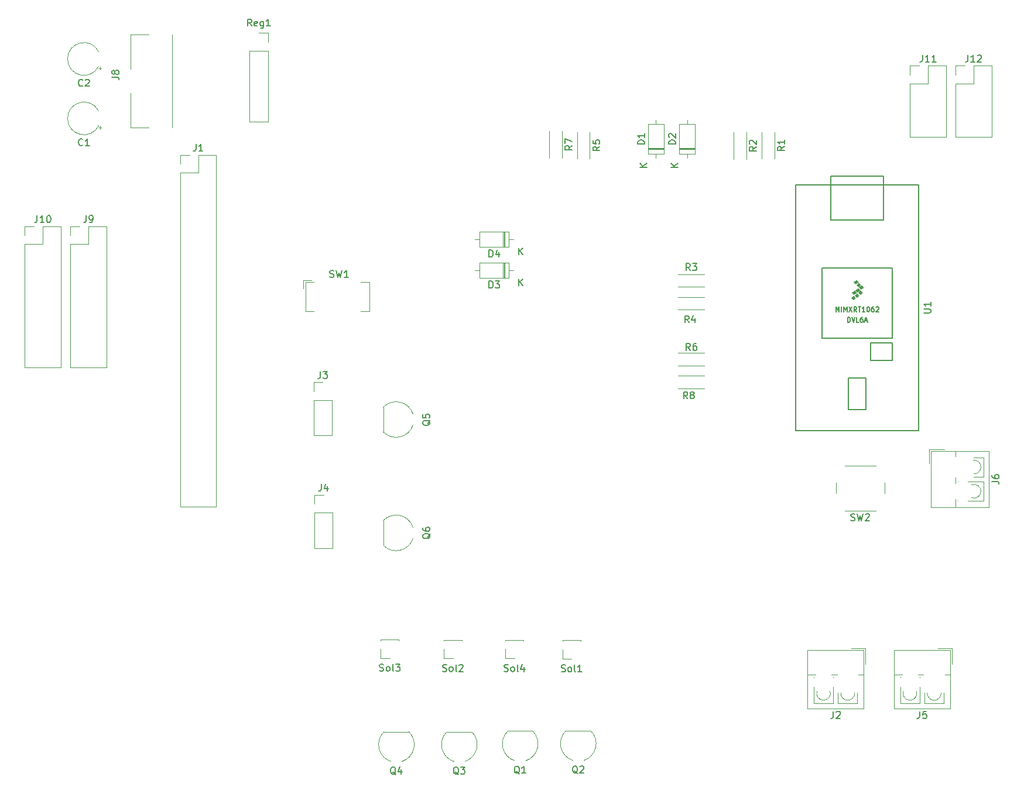
<source format=gbr>
%TF.GenerationSoftware,KiCad,Pcbnew,6.0.2-378541a8eb~116~ubuntu20.04.1*%
%TF.CreationDate,2022-03-07T10:10:34+02:00*%
%TF.ProjectId,system,73797374-656d-42e6-9b69-6361645f7063,rev?*%
%TF.SameCoordinates,Original*%
%TF.FileFunction,Legend,Top*%
%TF.FilePolarity,Positive*%
%FSLAX46Y46*%
G04 Gerber Fmt 4.6, Leading zero omitted, Abs format (unit mm)*
G04 Created by KiCad (PCBNEW 6.0.2-378541a8eb~116~ubuntu20.04.1) date 2022-03-07 10:10:34*
%MOMM*%
%LPD*%
G01*
G04 APERTURE LIST*
%ADD10C,0.150000*%
%ADD11C,0.120000*%
%ADD12C,0.100000*%
G04 APERTURE END LIST*
D10*
%TO.C,Q6*%
X166637619Y-108677738D02*
X166590000Y-108772976D01*
X166494761Y-108868214D01*
X166351904Y-109011071D01*
X166304285Y-109106309D01*
X166304285Y-109201547D01*
X166542380Y-109153928D02*
X166494761Y-109249166D01*
X166399523Y-109344404D01*
X166209047Y-109392023D01*
X165875714Y-109392023D01*
X165685238Y-109344404D01*
X165590000Y-109249166D01*
X165542380Y-109153928D01*
X165542380Y-108963452D01*
X165590000Y-108868214D01*
X165685238Y-108772976D01*
X165875714Y-108725357D01*
X166209047Y-108725357D01*
X166399523Y-108772976D01*
X166494761Y-108868214D01*
X166542380Y-108963452D01*
X166542380Y-109153928D01*
X165542380Y-107868214D02*
X165542380Y-108058690D01*
X165590000Y-108153928D01*
X165637619Y-108201547D01*
X165780476Y-108296785D01*
X165970952Y-108344404D01*
X166351904Y-108344404D01*
X166447142Y-108296785D01*
X166494761Y-108249166D01*
X166542380Y-108153928D01*
X166542380Y-107963452D01*
X166494761Y-107868214D01*
X166447142Y-107820595D01*
X166351904Y-107772976D01*
X166113809Y-107772976D01*
X166018571Y-107820595D01*
X165970952Y-107868214D01*
X165923333Y-107963452D01*
X165923333Y-108153928D01*
X165970952Y-108249166D01*
X166018571Y-108296785D01*
X166113809Y-108344404D01*
%TO.C,Q5*%
X166637619Y-92277738D02*
X166590000Y-92372976D01*
X166494761Y-92468214D01*
X166351904Y-92611071D01*
X166304285Y-92706309D01*
X166304285Y-92801547D01*
X166542380Y-92753928D02*
X166494761Y-92849166D01*
X166399523Y-92944404D01*
X166209047Y-92992023D01*
X165875714Y-92992023D01*
X165685238Y-92944404D01*
X165590000Y-92849166D01*
X165542380Y-92753928D01*
X165542380Y-92563452D01*
X165590000Y-92468214D01*
X165685238Y-92372976D01*
X165875714Y-92325357D01*
X166209047Y-92325357D01*
X166399523Y-92372976D01*
X166494761Y-92468214D01*
X166542380Y-92563452D01*
X166542380Y-92753928D01*
X165542380Y-91420595D02*
X165542380Y-91896785D01*
X166018571Y-91944404D01*
X165970952Y-91896785D01*
X165923333Y-91801547D01*
X165923333Y-91563452D01*
X165970952Y-91468214D01*
X166018571Y-91420595D01*
X166113809Y-91372976D01*
X166351904Y-91372976D01*
X166447142Y-91420595D01*
X166494761Y-91468214D01*
X166542380Y-91563452D01*
X166542380Y-91801547D01*
X166494761Y-91896785D01*
X166447142Y-91944404D01*
%TO.C,Sol4*%
X177323809Y-128574761D02*
X177466666Y-128622380D01*
X177704761Y-128622380D01*
X177800000Y-128574761D01*
X177847619Y-128527142D01*
X177895238Y-128431904D01*
X177895238Y-128336666D01*
X177847619Y-128241428D01*
X177800000Y-128193809D01*
X177704761Y-128146190D01*
X177514285Y-128098571D01*
X177419047Y-128050952D01*
X177371428Y-128003333D01*
X177323809Y-127908095D01*
X177323809Y-127812857D01*
X177371428Y-127717619D01*
X177419047Y-127670000D01*
X177514285Y-127622380D01*
X177752380Y-127622380D01*
X177895238Y-127670000D01*
X178466666Y-128622380D02*
X178371428Y-128574761D01*
X178323809Y-128527142D01*
X178276190Y-128431904D01*
X178276190Y-128146190D01*
X178323809Y-128050952D01*
X178371428Y-128003333D01*
X178466666Y-127955714D01*
X178609523Y-127955714D01*
X178704761Y-128003333D01*
X178752380Y-128050952D01*
X178800000Y-128146190D01*
X178800000Y-128431904D01*
X178752380Y-128527142D01*
X178704761Y-128574761D01*
X178609523Y-128622380D01*
X178466666Y-128622380D01*
X179371428Y-128622380D02*
X179276190Y-128574761D01*
X179228571Y-128479523D01*
X179228571Y-127622380D01*
X180180952Y-127955714D02*
X180180952Y-128622380D01*
X179942857Y-127574761D02*
X179704761Y-128289047D01*
X180323809Y-128289047D01*
%TO.C,Sol2*%
X168423809Y-128574761D02*
X168566666Y-128622380D01*
X168804761Y-128622380D01*
X168900000Y-128574761D01*
X168947619Y-128527142D01*
X168995238Y-128431904D01*
X168995238Y-128336666D01*
X168947619Y-128241428D01*
X168900000Y-128193809D01*
X168804761Y-128146190D01*
X168614285Y-128098571D01*
X168519047Y-128050952D01*
X168471428Y-128003333D01*
X168423809Y-127908095D01*
X168423809Y-127812857D01*
X168471428Y-127717619D01*
X168519047Y-127670000D01*
X168614285Y-127622380D01*
X168852380Y-127622380D01*
X168995238Y-127670000D01*
X169566666Y-128622380D02*
X169471428Y-128574761D01*
X169423809Y-128527142D01*
X169376190Y-128431904D01*
X169376190Y-128146190D01*
X169423809Y-128050952D01*
X169471428Y-128003333D01*
X169566666Y-127955714D01*
X169709523Y-127955714D01*
X169804761Y-128003333D01*
X169852380Y-128050952D01*
X169900000Y-128146190D01*
X169900000Y-128431904D01*
X169852380Y-128527142D01*
X169804761Y-128574761D01*
X169709523Y-128622380D01*
X169566666Y-128622380D01*
X170471428Y-128622380D02*
X170376190Y-128574761D01*
X170328571Y-128479523D01*
X170328571Y-127622380D01*
X170804761Y-127717619D02*
X170852380Y-127670000D01*
X170947619Y-127622380D01*
X171185714Y-127622380D01*
X171280952Y-127670000D01*
X171328571Y-127717619D01*
X171376190Y-127812857D01*
X171376190Y-127908095D01*
X171328571Y-128050952D01*
X170757142Y-128622380D01*
X171376190Y-128622380D01*
%TO.C,R6*%
X204233333Y-82152380D02*
X203900000Y-81676190D01*
X203661904Y-82152380D02*
X203661904Y-81152380D01*
X204042857Y-81152380D01*
X204138095Y-81200000D01*
X204185714Y-81247619D01*
X204233333Y-81342857D01*
X204233333Y-81485714D01*
X204185714Y-81580952D01*
X204138095Y-81628571D01*
X204042857Y-81676190D01*
X203661904Y-81676190D01*
X205090476Y-81152380D02*
X204900000Y-81152380D01*
X204804761Y-81200000D01*
X204757142Y-81247619D01*
X204661904Y-81390476D01*
X204614285Y-81580952D01*
X204614285Y-81961904D01*
X204661904Y-82057142D01*
X204709523Y-82104761D01*
X204804761Y-82152380D01*
X204995238Y-82152380D01*
X205090476Y-82104761D01*
X205138095Y-82057142D01*
X205185714Y-81961904D01*
X205185714Y-81723809D01*
X205138095Y-81628571D01*
X205090476Y-81580952D01*
X204995238Y-81533333D01*
X204804761Y-81533333D01*
X204709523Y-81580952D01*
X204661904Y-81628571D01*
X204614285Y-81723809D01*
%TO.C,R7*%
X187144380Y-52540666D02*
X186668190Y-52874000D01*
X187144380Y-53112095D02*
X186144380Y-53112095D01*
X186144380Y-52731142D01*
X186192000Y-52635904D01*
X186239619Y-52588285D01*
X186334857Y-52540666D01*
X186477714Y-52540666D01*
X186572952Y-52588285D01*
X186620571Y-52635904D01*
X186668190Y-52731142D01*
X186668190Y-53112095D01*
X186144380Y-52207333D02*
X186144380Y-51540666D01*
X187144380Y-51969238D01*
%TO.C,J12*%
X244385476Y-39422380D02*
X244385476Y-40136666D01*
X244337857Y-40279523D01*
X244242619Y-40374761D01*
X244099761Y-40422380D01*
X244004523Y-40422380D01*
X245385476Y-40422380D02*
X244814047Y-40422380D01*
X245099761Y-40422380D02*
X245099761Y-39422380D01*
X245004523Y-39565238D01*
X244909285Y-39660476D01*
X244814047Y-39708095D01*
X245766428Y-39517619D02*
X245814047Y-39470000D01*
X245909285Y-39422380D01*
X246147380Y-39422380D01*
X246242619Y-39470000D01*
X246290238Y-39517619D01*
X246337857Y-39612857D01*
X246337857Y-39708095D01*
X246290238Y-39850952D01*
X245718809Y-40422380D01*
X246337857Y-40422380D01*
%TO.C,R4*%
X204033333Y-78152380D02*
X203700000Y-77676190D01*
X203461904Y-78152380D02*
X203461904Y-77152380D01*
X203842857Y-77152380D01*
X203938095Y-77200000D01*
X203985714Y-77247619D01*
X204033333Y-77342857D01*
X204033333Y-77485714D01*
X203985714Y-77580952D01*
X203938095Y-77628571D01*
X203842857Y-77676190D01*
X203461904Y-77676190D01*
X204890476Y-77485714D02*
X204890476Y-78152380D01*
X204652380Y-77104761D02*
X204414285Y-77819047D01*
X205033333Y-77819047D01*
%TO.C,R8*%
X203833333Y-89152380D02*
X203500000Y-88676190D01*
X203261904Y-89152380D02*
X203261904Y-88152380D01*
X203642857Y-88152380D01*
X203738095Y-88200000D01*
X203785714Y-88247619D01*
X203833333Y-88342857D01*
X203833333Y-88485714D01*
X203785714Y-88580952D01*
X203738095Y-88628571D01*
X203642857Y-88676190D01*
X203261904Y-88676190D01*
X204404761Y-88580952D02*
X204309523Y-88533333D01*
X204261904Y-88485714D01*
X204214285Y-88390476D01*
X204214285Y-88342857D01*
X204261904Y-88247619D01*
X204309523Y-88200000D01*
X204404761Y-88152380D01*
X204595238Y-88152380D01*
X204690476Y-88200000D01*
X204738095Y-88247619D01*
X204785714Y-88342857D01*
X204785714Y-88390476D01*
X204738095Y-88485714D01*
X204690476Y-88533333D01*
X204595238Y-88580952D01*
X204404761Y-88580952D01*
X204309523Y-88628571D01*
X204261904Y-88676190D01*
X204214285Y-88771428D01*
X204214285Y-88961904D01*
X204261904Y-89057142D01*
X204309523Y-89104761D01*
X204404761Y-89152380D01*
X204595238Y-89152380D01*
X204690476Y-89104761D01*
X204738095Y-89057142D01*
X204785714Y-88961904D01*
X204785714Y-88771428D01*
X204738095Y-88676190D01*
X204690476Y-88628571D01*
X204595238Y-88580952D01*
%TO.C,Q1*%
X179534761Y-143447619D02*
X179439523Y-143400000D01*
X179344285Y-143304761D01*
X179201428Y-143161904D01*
X179106190Y-143114285D01*
X179010952Y-143114285D01*
X179058571Y-143352380D02*
X178963333Y-143304761D01*
X178868095Y-143209523D01*
X178820476Y-143019047D01*
X178820476Y-142685714D01*
X178868095Y-142495238D01*
X178963333Y-142400000D01*
X179058571Y-142352380D01*
X179249047Y-142352380D01*
X179344285Y-142400000D01*
X179439523Y-142495238D01*
X179487142Y-142685714D01*
X179487142Y-143019047D01*
X179439523Y-143209523D01*
X179344285Y-143304761D01*
X179249047Y-143352380D01*
X179058571Y-143352380D01*
X180439523Y-143352380D02*
X179868095Y-143352380D01*
X180153809Y-143352380D02*
X180153809Y-142352380D01*
X180058571Y-142495238D01*
X179963333Y-142590476D01*
X179868095Y-142638095D01*
%TO.C,J4*%
X150856666Y-101509880D02*
X150856666Y-102224166D01*
X150809047Y-102367023D01*
X150713809Y-102462261D01*
X150570952Y-102509880D01*
X150475714Y-102509880D01*
X151761428Y-101843214D02*
X151761428Y-102509880D01*
X151523333Y-101462261D02*
X151285238Y-102176547D01*
X151904285Y-102176547D01*
%TO.C,Reg1*%
X140777380Y-35232380D02*
X140444047Y-34756190D01*
X140205952Y-35232380D02*
X140205952Y-34232380D01*
X140586904Y-34232380D01*
X140682142Y-34280000D01*
X140729761Y-34327619D01*
X140777380Y-34422857D01*
X140777380Y-34565714D01*
X140729761Y-34660952D01*
X140682142Y-34708571D01*
X140586904Y-34756190D01*
X140205952Y-34756190D01*
X141586904Y-35184761D02*
X141491666Y-35232380D01*
X141301190Y-35232380D01*
X141205952Y-35184761D01*
X141158333Y-35089523D01*
X141158333Y-34708571D01*
X141205952Y-34613333D01*
X141301190Y-34565714D01*
X141491666Y-34565714D01*
X141586904Y-34613333D01*
X141634523Y-34708571D01*
X141634523Y-34803809D01*
X141158333Y-34899047D01*
X142491666Y-34565714D02*
X142491666Y-35375238D01*
X142444047Y-35470476D01*
X142396428Y-35518095D01*
X142301190Y-35565714D01*
X142158333Y-35565714D01*
X142063095Y-35518095D01*
X142491666Y-35184761D02*
X142396428Y-35232380D01*
X142205952Y-35232380D01*
X142110714Y-35184761D01*
X142063095Y-35137142D01*
X142015476Y-35041904D01*
X142015476Y-34756190D01*
X142063095Y-34660952D01*
X142110714Y-34613333D01*
X142205952Y-34565714D01*
X142396428Y-34565714D01*
X142491666Y-34613333D01*
X143491666Y-35232380D02*
X142920238Y-35232380D01*
X143205952Y-35232380D02*
X143205952Y-34232380D01*
X143110714Y-34375238D01*
X143015476Y-34470476D01*
X142920238Y-34518095D01*
%TO.C,C1*%
X116383333Y-52457142D02*
X116335714Y-52504761D01*
X116192857Y-52552380D01*
X116097619Y-52552380D01*
X115954761Y-52504761D01*
X115859523Y-52409523D01*
X115811904Y-52314285D01*
X115764285Y-52123809D01*
X115764285Y-51980952D01*
X115811904Y-51790476D01*
X115859523Y-51695238D01*
X115954761Y-51600000D01*
X116097619Y-51552380D01*
X116192857Y-51552380D01*
X116335714Y-51600000D01*
X116383333Y-51647619D01*
X117335714Y-52552380D02*
X116764285Y-52552380D01*
X117050000Y-52552380D02*
X117050000Y-51552380D01*
X116954761Y-51695238D01*
X116859523Y-51790476D01*
X116764285Y-51838095D01*
%TO.C,Q3*%
X170734761Y-143547619D02*
X170639523Y-143500000D01*
X170544285Y-143404761D01*
X170401428Y-143261904D01*
X170306190Y-143214285D01*
X170210952Y-143214285D01*
X170258571Y-143452380D02*
X170163333Y-143404761D01*
X170068095Y-143309523D01*
X170020476Y-143119047D01*
X170020476Y-142785714D01*
X170068095Y-142595238D01*
X170163333Y-142500000D01*
X170258571Y-142452380D01*
X170449047Y-142452380D01*
X170544285Y-142500000D01*
X170639523Y-142595238D01*
X170687142Y-142785714D01*
X170687142Y-143119047D01*
X170639523Y-143309523D01*
X170544285Y-143404761D01*
X170449047Y-143452380D01*
X170258571Y-143452380D01*
X171020476Y-142452380D02*
X171639523Y-142452380D01*
X171306190Y-142833333D01*
X171449047Y-142833333D01*
X171544285Y-142880952D01*
X171591904Y-142928571D01*
X171639523Y-143023809D01*
X171639523Y-143261904D01*
X171591904Y-143357142D01*
X171544285Y-143404761D01*
X171449047Y-143452380D01*
X171163333Y-143452380D01*
X171068095Y-143404761D01*
X171020476Y-143357142D01*
%TO.C,D1*%
X197604380Y-52312095D02*
X196604380Y-52312095D01*
X196604380Y-52074000D01*
X196652000Y-51931142D01*
X196747238Y-51835904D01*
X196842476Y-51788285D01*
X197032952Y-51740666D01*
X197175809Y-51740666D01*
X197366285Y-51788285D01*
X197461523Y-51835904D01*
X197556761Y-51931142D01*
X197604380Y-52074000D01*
X197604380Y-52312095D01*
X197604380Y-50788285D02*
X197604380Y-51359714D01*
X197604380Y-51074000D02*
X196604380Y-51074000D01*
X196747238Y-51169238D01*
X196842476Y-51264476D01*
X196890095Y-51359714D01*
X197924380Y-55645904D02*
X196924380Y-55645904D01*
X197924380Y-55074476D02*
X197352952Y-55503047D01*
X196924380Y-55074476D02*
X197495809Y-55645904D01*
%TO.C,J10*%
X109785476Y-62647380D02*
X109785476Y-63361666D01*
X109737857Y-63504523D01*
X109642619Y-63599761D01*
X109499761Y-63647380D01*
X109404523Y-63647380D01*
X110785476Y-63647380D02*
X110214047Y-63647380D01*
X110499761Y-63647380D02*
X110499761Y-62647380D01*
X110404523Y-62790238D01*
X110309285Y-62885476D01*
X110214047Y-62933095D01*
X111404523Y-62647380D02*
X111499761Y-62647380D01*
X111595000Y-62695000D01*
X111642619Y-62742619D01*
X111690238Y-62837857D01*
X111737857Y-63028333D01*
X111737857Y-63266428D01*
X111690238Y-63456904D01*
X111642619Y-63552142D01*
X111595000Y-63599761D01*
X111499761Y-63647380D01*
X111404523Y-63647380D01*
X111309285Y-63599761D01*
X111261666Y-63552142D01*
X111214047Y-63456904D01*
X111166428Y-63266428D01*
X111166428Y-63028333D01*
X111214047Y-62837857D01*
X111261666Y-62742619D01*
X111309285Y-62695000D01*
X111404523Y-62647380D01*
%TO.C,J5*%
X237416666Y-134412380D02*
X237416666Y-135126666D01*
X237369047Y-135269523D01*
X237273809Y-135364761D01*
X237130952Y-135412380D01*
X237035714Y-135412380D01*
X238369047Y-134412380D02*
X237892857Y-134412380D01*
X237845238Y-134888571D01*
X237892857Y-134840952D01*
X237988095Y-134793333D01*
X238226190Y-134793333D01*
X238321428Y-134840952D01*
X238369047Y-134888571D01*
X238416666Y-134983809D01*
X238416666Y-135221904D01*
X238369047Y-135317142D01*
X238321428Y-135364761D01*
X238226190Y-135412380D01*
X237988095Y-135412380D01*
X237892857Y-135364761D01*
X237845238Y-135317142D01*
%TO.C,R3*%
X204205333Y-70606380D02*
X203872000Y-70130190D01*
X203633904Y-70606380D02*
X203633904Y-69606380D01*
X204014857Y-69606380D01*
X204110095Y-69654000D01*
X204157714Y-69701619D01*
X204205333Y-69796857D01*
X204205333Y-69939714D01*
X204157714Y-70034952D01*
X204110095Y-70082571D01*
X204014857Y-70130190D01*
X203633904Y-70130190D01*
X204538666Y-69606380D02*
X205157714Y-69606380D01*
X204824380Y-69987333D01*
X204967238Y-69987333D01*
X205062476Y-70034952D01*
X205110095Y-70082571D01*
X205157714Y-70177809D01*
X205157714Y-70415904D01*
X205110095Y-70511142D01*
X205062476Y-70558761D01*
X204967238Y-70606380D01*
X204681523Y-70606380D01*
X204586285Y-70558761D01*
X204538666Y-70511142D01*
%TO.C,SW2*%
X227466666Y-106754761D02*
X227609523Y-106802380D01*
X227847619Y-106802380D01*
X227942857Y-106754761D01*
X227990476Y-106707142D01*
X228038095Y-106611904D01*
X228038095Y-106516666D01*
X227990476Y-106421428D01*
X227942857Y-106373809D01*
X227847619Y-106326190D01*
X227657142Y-106278571D01*
X227561904Y-106230952D01*
X227514285Y-106183333D01*
X227466666Y-106088095D01*
X227466666Y-105992857D01*
X227514285Y-105897619D01*
X227561904Y-105850000D01*
X227657142Y-105802380D01*
X227895238Y-105802380D01*
X228038095Y-105850000D01*
X228371428Y-105802380D02*
X228609523Y-106802380D01*
X228800000Y-106088095D01*
X228990476Y-106802380D01*
X229228571Y-105802380D01*
X229561904Y-105897619D02*
X229609523Y-105850000D01*
X229704761Y-105802380D01*
X229942857Y-105802380D01*
X230038095Y-105850000D01*
X230085714Y-105897619D01*
X230133333Y-105992857D01*
X230133333Y-106088095D01*
X230085714Y-106230952D01*
X229514285Y-106802380D01*
X230133333Y-106802380D01*
%TO.C,U1*%
X237992380Y-76751904D02*
X238801904Y-76751904D01*
X238897142Y-76704285D01*
X238944761Y-76656666D01*
X238992380Y-76561428D01*
X238992380Y-76370952D01*
X238944761Y-76275714D01*
X238897142Y-76228095D01*
X238801904Y-76180476D01*
X237992380Y-76180476D01*
X238992380Y-75180476D02*
X238992380Y-75751904D01*
X238992380Y-75466190D02*
X237992380Y-75466190D01*
X238135238Y-75561428D01*
X238230476Y-75656666D01*
X238278095Y-75751904D01*
X225296666Y-76560666D02*
X225296666Y-75860666D01*
X225530000Y-76360666D01*
X225763333Y-75860666D01*
X225763333Y-76560666D01*
X226096666Y-76560666D02*
X226096666Y-75860666D01*
X226430000Y-76560666D02*
X226430000Y-75860666D01*
X226663333Y-76360666D01*
X226896666Y-75860666D01*
X226896666Y-76560666D01*
X227163333Y-75860666D02*
X227630000Y-76560666D01*
X227630000Y-75860666D02*
X227163333Y-76560666D01*
X228296666Y-76560666D02*
X228063333Y-76227333D01*
X227896666Y-76560666D02*
X227896666Y-75860666D01*
X228163333Y-75860666D01*
X228230000Y-75894000D01*
X228263333Y-75927333D01*
X228296666Y-75994000D01*
X228296666Y-76094000D01*
X228263333Y-76160666D01*
X228230000Y-76194000D01*
X228163333Y-76227333D01*
X227896666Y-76227333D01*
X228496666Y-75860666D02*
X228896666Y-75860666D01*
X228696666Y-76560666D02*
X228696666Y-75860666D01*
X229496666Y-76560666D02*
X229096666Y-76560666D01*
X229296666Y-76560666D02*
X229296666Y-75860666D01*
X229230000Y-75960666D01*
X229163333Y-76027333D01*
X229096666Y-76060666D01*
X229930000Y-75860666D02*
X229996666Y-75860666D01*
X230063333Y-75894000D01*
X230096666Y-75927333D01*
X230130000Y-75994000D01*
X230163333Y-76127333D01*
X230163333Y-76294000D01*
X230130000Y-76427333D01*
X230096666Y-76494000D01*
X230063333Y-76527333D01*
X229996666Y-76560666D01*
X229930000Y-76560666D01*
X229863333Y-76527333D01*
X229830000Y-76494000D01*
X229796666Y-76427333D01*
X229763333Y-76294000D01*
X229763333Y-76127333D01*
X229796666Y-75994000D01*
X229830000Y-75927333D01*
X229863333Y-75894000D01*
X229930000Y-75860666D01*
X230763333Y-75860666D02*
X230630000Y-75860666D01*
X230563333Y-75894000D01*
X230530000Y-75927333D01*
X230463333Y-76027333D01*
X230430000Y-76160666D01*
X230430000Y-76427333D01*
X230463333Y-76494000D01*
X230496666Y-76527333D01*
X230563333Y-76560666D01*
X230696666Y-76560666D01*
X230763333Y-76527333D01*
X230796666Y-76494000D01*
X230830000Y-76427333D01*
X230830000Y-76260666D01*
X230796666Y-76194000D01*
X230763333Y-76160666D01*
X230696666Y-76127333D01*
X230563333Y-76127333D01*
X230496666Y-76160666D01*
X230463333Y-76194000D01*
X230430000Y-76260666D01*
X231096666Y-75927333D02*
X231130000Y-75894000D01*
X231196666Y-75860666D01*
X231363333Y-75860666D01*
X231430000Y-75894000D01*
X231463333Y-75927333D01*
X231496666Y-75994000D01*
X231496666Y-76060666D01*
X231463333Y-76160666D01*
X231063333Y-76560666D01*
X231496666Y-76560666D01*
X226980000Y-78084666D02*
X226980000Y-77384666D01*
X227146666Y-77384666D01*
X227246666Y-77418000D01*
X227313333Y-77484666D01*
X227346666Y-77551333D01*
X227380000Y-77684666D01*
X227380000Y-77784666D01*
X227346666Y-77918000D01*
X227313333Y-77984666D01*
X227246666Y-78051333D01*
X227146666Y-78084666D01*
X226980000Y-78084666D01*
X227580000Y-77384666D02*
X227813333Y-78084666D01*
X228046666Y-77384666D01*
X228613333Y-78084666D02*
X228280000Y-78084666D01*
X228280000Y-77384666D01*
X229146666Y-77384666D02*
X229013333Y-77384666D01*
X228946666Y-77418000D01*
X228913333Y-77451333D01*
X228846666Y-77551333D01*
X228813333Y-77684666D01*
X228813333Y-77951333D01*
X228846666Y-78018000D01*
X228880000Y-78051333D01*
X228946666Y-78084666D01*
X229080000Y-78084666D01*
X229146666Y-78051333D01*
X229180000Y-78018000D01*
X229213333Y-77951333D01*
X229213333Y-77784666D01*
X229180000Y-77718000D01*
X229146666Y-77684666D01*
X229080000Y-77651333D01*
X228946666Y-77651333D01*
X228880000Y-77684666D01*
X228846666Y-77718000D01*
X228813333Y-77784666D01*
X229480000Y-77884666D02*
X229813333Y-77884666D01*
X229413333Y-78084666D02*
X229646666Y-77384666D01*
X229880000Y-78084666D01*
%TO.C,D2*%
X202104380Y-52312095D02*
X201104380Y-52312095D01*
X201104380Y-52074000D01*
X201152000Y-51931142D01*
X201247238Y-51835904D01*
X201342476Y-51788285D01*
X201532952Y-51740666D01*
X201675809Y-51740666D01*
X201866285Y-51788285D01*
X201961523Y-51835904D01*
X202056761Y-51931142D01*
X202104380Y-52074000D01*
X202104380Y-52312095D01*
X201199619Y-51359714D02*
X201152000Y-51312095D01*
X201104380Y-51216857D01*
X201104380Y-50978761D01*
X201152000Y-50883523D01*
X201199619Y-50835904D01*
X201294857Y-50788285D01*
X201390095Y-50788285D01*
X201532952Y-50835904D01*
X202104380Y-51407333D01*
X202104380Y-50788285D01*
X202424380Y-55645904D02*
X201424380Y-55645904D01*
X202424380Y-55074476D02*
X201852952Y-55503047D01*
X201424380Y-55074476D02*
X201995809Y-55645904D01*
%TO.C,R2*%
X213772380Y-52706666D02*
X213296190Y-53040000D01*
X213772380Y-53278095D02*
X212772380Y-53278095D01*
X212772380Y-52897142D01*
X212820000Y-52801904D01*
X212867619Y-52754285D01*
X212962857Y-52706666D01*
X213105714Y-52706666D01*
X213200952Y-52754285D01*
X213248571Y-52801904D01*
X213296190Y-52897142D01*
X213296190Y-53278095D01*
X212867619Y-52325714D02*
X212820000Y-52278095D01*
X212772380Y-52182857D01*
X212772380Y-51944761D01*
X212820000Y-51849523D01*
X212867619Y-51801904D01*
X212962857Y-51754285D01*
X213058095Y-51754285D01*
X213200952Y-51801904D01*
X213772380Y-52373333D01*
X213772380Y-51754285D01*
%TO.C,J8*%
X120602380Y-42633333D02*
X121316666Y-42633333D01*
X121459523Y-42680952D01*
X121554761Y-42776190D01*
X121602380Y-42919047D01*
X121602380Y-43014285D01*
X121030952Y-42014285D02*
X120983333Y-42109523D01*
X120935714Y-42157142D01*
X120840476Y-42204761D01*
X120792857Y-42204761D01*
X120697619Y-42157142D01*
X120650000Y-42109523D01*
X120602380Y-42014285D01*
X120602380Y-41823809D01*
X120650000Y-41728571D01*
X120697619Y-41680952D01*
X120792857Y-41633333D01*
X120840476Y-41633333D01*
X120935714Y-41680952D01*
X120983333Y-41728571D01*
X121030952Y-41823809D01*
X121030952Y-42014285D01*
X121078571Y-42109523D01*
X121126190Y-42157142D01*
X121221428Y-42204761D01*
X121411904Y-42204761D01*
X121507142Y-42157142D01*
X121554761Y-42109523D01*
X121602380Y-42014285D01*
X121602380Y-41823809D01*
X121554761Y-41728571D01*
X121507142Y-41680952D01*
X121411904Y-41633333D01*
X121221428Y-41633333D01*
X121126190Y-41680952D01*
X121078571Y-41728571D01*
X121030952Y-41823809D01*
%TO.C,C2*%
X116383333Y-43857142D02*
X116335714Y-43904761D01*
X116192857Y-43952380D01*
X116097619Y-43952380D01*
X115954761Y-43904761D01*
X115859523Y-43809523D01*
X115811904Y-43714285D01*
X115764285Y-43523809D01*
X115764285Y-43380952D01*
X115811904Y-43190476D01*
X115859523Y-43095238D01*
X115954761Y-43000000D01*
X116097619Y-42952380D01*
X116192857Y-42952380D01*
X116335714Y-43000000D01*
X116383333Y-43047619D01*
X116764285Y-43047619D02*
X116811904Y-43000000D01*
X116907142Y-42952380D01*
X117145238Y-42952380D01*
X117240476Y-43000000D01*
X117288095Y-43047619D01*
X117335714Y-43142857D01*
X117335714Y-43238095D01*
X117288095Y-43380952D01*
X116716666Y-43952380D01*
X117335714Y-43952380D01*
%TO.C,Sol3*%
X159298809Y-128524761D02*
X159441666Y-128572380D01*
X159679761Y-128572380D01*
X159775000Y-128524761D01*
X159822619Y-128477142D01*
X159870238Y-128381904D01*
X159870238Y-128286666D01*
X159822619Y-128191428D01*
X159775000Y-128143809D01*
X159679761Y-128096190D01*
X159489285Y-128048571D01*
X159394047Y-128000952D01*
X159346428Y-127953333D01*
X159298809Y-127858095D01*
X159298809Y-127762857D01*
X159346428Y-127667619D01*
X159394047Y-127620000D01*
X159489285Y-127572380D01*
X159727380Y-127572380D01*
X159870238Y-127620000D01*
X160441666Y-128572380D02*
X160346428Y-128524761D01*
X160298809Y-128477142D01*
X160251190Y-128381904D01*
X160251190Y-128096190D01*
X160298809Y-128000952D01*
X160346428Y-127953333D01*
X160441666Y-127905714D01*
X160584523Y-127905714D01*
X160679761Y-127953333D01*
X160727380Y-128000952D01*
X160775000Y-128096190D01*
X160775000Y-128381904D01*
X160727380Y-128477142D01*
X160679761Y-128524761D01*
X160584523Y-128572380D01*
X160441666Y-128572380D01*
X161346428Y-128572380D02*
X161251190Y-128524761D01*
X161203571Y-128429523D01*
X161203571Y-127572380D01*
X161632142Y-127572380D02*
X162251190Y-127572380D01*
X161917857Y-127953333D01*
X162060714Y-127953333D01*
X162155952Y-128000952D01*
X162203571Y-128048571D01*
X162251190Y-128143809D01*
X162251190Y-128381904D01*
X162203571Y-128477142D01*
X162155952Y-128524761D01*
X162060714Y-128572380D01*
X161775000Y-128572380D01*
X161679761Y-128524761D01*
X161632142Y-128477142D01*
%TO.C,J6*%
X247867380Y-101133333D02*
X248581666Y-101133333D01*
X248724523Y-101180952D01*
X248819761Y-101276190D01*
X248867380Y-101419047D01*
X248867380Y-101514285D01*
X247867380Y-100228571D02*
X247867380Y-100419047D01*
X247915000Y-100514285D01*
X247962619Y-100561904D01*
X248105476Y-100657142D01*
X248295952Y-100704761D01*
X248676904Y-100704761D01*
X248772142Y-100657142D01*
X248819761Y-100609523D01*
X248867380Y-100514285D01*
X248867380Y-100323809D01*
X248819761Y-100228571D01*
X248772142Y-100180952D01*
X248676904Y-100133333D01*
X248438809Y-100133333D01*
X248343571Y-100180952D01*
X248295952Y-100228571D01*
X248248333Y-100323809D01*
X248248333Y-100514285D01*
X248295952Y-100609523D01*
X248343571Y-100657142D01*
X248438809Y-100704761D01*
%TO.C,D3*%
X175133904Y-73146380D02*
X175133904Y-72146380D01*
X175372000Y-72146380D01*
X175514857Y-72194000D01*
X175610095Y-72289238D01*
X175657714Y-72384476D01*
X175705333Y-72574952D01*
X175705333Y-72717809D01*
X175657714Y-72908285D01*
X175610095Y-73003523D01*
X175514857Y-73098761D01*
X175372000Y-73146380D01*
X175133904Y-73146380D01*
X176038666Y-72146380D02*
X176657714Y-72146380D01*
X176324380Y-72527333D01*
X176467238Y-72527333D01*
X176562476Y-72574952D01*
X176610095Y-72622571D01*
X176657714Y-72717809D01*
X176657714Y-72955904D01*
X176610095Y-73051142D01*
X176562476Y-73098761D01*
X176467238Y-73146380D01*
X176181523Y-73146380D01*
X176086285Y-73098761D01*
X176038666Y-73051142D01*
X179420095Y-72826380D02*
X179420095Y-71826380D01*
X179991523Y-72826380D02*
X179562952Y-72254952D01*
X179991523Y-71826380D02*
X179420095Y-72397809D01*
%TO.C,R1*%
X217872380Y-52666666D02*
X217396190Y-53000000D01*
X217872380Y-53238095D02*
X216872380Y-53238095D01*
X216872380Y-52857142D01*
X216920000Y-52761904D01*
X216967619Y-52714285D01*
X217062857Y-52666666D01*
X217205714Y-52666666D01*
X217300952Y-52714285D01*
X217348571Y-52761904D01*
X217396190Y-52857142D01*
X217396190Y-53238095D01*
X217872380Y-51714285D02*
X217872380Y-52285714D01*
X217872380Y-52000000D02*
X216872380Y-52000000D01*
X217015238Y-52095238D01*
X217110476Y-52190476D01*
X217158095Y-52285714D01*
%TO.C,SW1*%
X152109166Y-71554761D02*
X152252023Y-71602380D01*
X152490119Y-71602380D01*
X152585357Y-71554761D01*
X152632976Y-71507142D01*
X152680595Y-71411904D01*
X152680595Y-71316666D01*
X152632976Y-71221428D01*
X152585357Y-71173809D01*
X152490119Y-71126190D01*
X152299642Y-71078571D01*
X152204404Y-71030952D01*
X152156785Y-70983333D01*
X152109166Y-70888095D01*
X152109166Y-70792857D01*
X152156785Y-70697619D01*
X152204404Y-70650000D01*
X152299642Y-70602380D01*
X152537738Y-70602380D01*
X152680595Y-70650000D01*
X153013928Y-70602380D02*
X153252023Y-71602380D01*
X153442500Y-70888095D01*
X153632976Y-71602380D01*
X153871071Y-70602380D01*
X154775833Y-71602380D02*
X154204404Y-71602380D01*
X154490119Y-71602380D02*
X154490119Y-70602380D01*
X154394880Y-70745238D01*
X154299642Y-70840476D01*
X154204404Y-70888095D01*
%TO.C,J1*%
X132736666Y-52322380D02*
X132736666Y-53036666D01*
X132689047Y-53179523D01*
X132593809Y-53274761D01*
X132450952Y-53322380D01*
X132355714Y-53322380D01*
X133736666Y-53322380D02*
X133165238Y-53322380D01*
X133450952Y-53322380D02*
X133450952Y-52322380D01*
X133355714Y-52465238D01*
X133260476Y-52560476D01*
X133165238Y-52608095D01*
%TO.C,J3*%
X150756666Y-85209880D02*
X150756666Y-85924166D01*
X150709047Y-86067023D01*
X150613809Y-86162261D01*
X150470952Y-86209880D01*
X150375714Y-86209880D01*
X151137619Y-85209880D02*
X151756666Y-85209880D01*
X151423333Y-85590833D01*
X151566190Y-85590833D01*
X151661428Y-85638452D01*
X151709047Y-85686071D01*
X151756666Y-85781309D01*
X151756666Y-86019404D01*
X151709047Y-86114642D01*
X151661428Y-86162261D01*
X151566190Y-86209880D01*
X151280476Y-86209880D01*
X151185238Y-86162261D01*
X151137619Y-86114642D01*
%TO.C,Sol1*%
X185598809Y-128624761D02*
X185741666Y-128672380D01*
X185979761Y-128672380D01*
X186075000Y-128624761D01*
X186122619Y-128577142D01*
X186170238Y-128481904D01*
X186170238Y-128386666D01*
X186122619Y-128291428D01*
X186075000Y-128243809D01*
X185979761Y-128196190D01*
X185789285Y-128148571D01*
X185694047Y-128100952D01*
X185646428Y-128053333D01*
X185598809Y-127958095D01*
X185598809Y-127862857D01*
X185646428Y-127767619D01*
X185694047Y-127720000D01*
X185789285Y-127672380D01*
X186027380Y-127672380D01*
X186170238Y-127720000D01*
X186741666Y-128672380D02*
X186646428Y-128624761D01*
X186598809Y-128577142D01*
X186551190Y-128481904D01*
X186551190Y-128196190D01*
X186598809Y-128100952D01*
X186646428Y-128053333D01*
X186741666Y-128005714D01*
X186884523Y-128005714D01*
X186979761Y-128053333D01*
X187027380Y-128100952D01*
X187075000Y-128196190D01*
X187075000Y-128481904D01*
X187027380Y-128577142D01*
X186979761Y-128624761D01*
X186884523Y-128672380D01*
X186741666Y-128672380D01*
X187646428Y-128672380D02*
X187551190Y-128624761D01*
X187503571Y-128529523D01*
X187503571Y-127672380D01*
X188551190Y-128672380D02*
X187979761Y-128672380D01*
X188265476Y-128672380D02*
X188265476Y-127672380D01*
X188170238Y-127815238D01*
X188075000Y-127910476D01*
X187979761Y-127958095D01*
%TO.C,D4*%
X175133904Y-68646380D02*
X175133904Y-67646380D01*
X175372000Y-67646380D01*
X175514857Y-67694000D01*
X175610095Y-67789238D01*
X175657714Y-67884476D01*
X175705333Y-68074952D01*
X175705333Y-68217809D01*
X175657714Y-68408285D01*
X175610095Y-68503523D01*
X175514857Y-68598761D01*
X175372000Y-68646380D01*
X175133904Y-68646380D01*
X176562476Y-67979714D02*
X176562476Y-68646380D01*
X176324380Y-67598761D02*
X176086285Y-68313047D01*
X176705333Y-68313047D01*
X179420095Y-68326380D02*
X179420095Y-67326380D01*
X179991523Y-68326380D02*
X179562952Y-67754952D01*
X179991523Y-67326380D02*
X179420095Y-67897809D01*
%TO.C,R5*%
X191144380Y-52680666D02*
X190668190Y-53014000D01*
X191144380Y-53252095D02*
X190144380Y-53252095D01*
X190144380Y-52871142D01*
X190192000Y-52775904D01*
X190239619Y-52728285D01*
X190334857Y-52680666D01*
X190477714Y-52680666D01*
X190572952Y-52728285D01*
X190620571Y-52775904D01*
X190668190Y-52871142D01*
X190668190Y-53252095D01*
X190144380Y-51775904D02*
X190144380Y-52252095D01*
X190620571Y-52299714D01*
X190572952Y-52252095D01*
X190525333Y-52156857D01*
X190525333Y-51918761D01*
X190572952Y-51823523D01*
X190620571Y-51775904D01*
X190715809Y-51728285D01*
X190953904Y-51728285D01*
X191049142Y-51775904D01*
X191096761Y-51823523D01*
X191144380Y-51918761D01*
X191144380Y-52156857D01*
X191096761Y-52252095D01*
X191049142Y-52299714D01*
%TO.C,J2*%
X224916666Y-134412380D02*
X224916666Y-135126666D01*
X224869047Y-135269523D01*
X224773809Y-135364761D01*
X224630952Y-135412380D01*
X224535714Y-135412380D01*
X225345238Y-134507619D02*
X225392857Y-134460000D01*
X225488095Y-134412380D01*
X225726190Y-134412380D01*
X225821428Y-134460000D01*
X225869047Y-134507619D01*
X225916666Y-134602857D01*
X225916666Y-134698095D01*
X225869047Y-134840952D01*
X225297619Y-135412380D01*
X225916666Y-135412380D01*
%TO.C,Q2*%
X187934761Y-143397619D02*
X187839523Y-143350000D01*
X187744285Y-143254761D01*
X187601428Y-143111904D01*
X187506190Y-143064285D01*
X187410952Y-143064285D01*
X187458571Y-143302380D02*
X187363333Y-143254761D01*
X187268095Y-143159523D01*
X187220476Y-142969047D01*
X187220476Y-142635714D01*
X187268095Y-142445238D01*
X187363333Y-142350000D01*
X187458571Y-142302380D01*
X187649047Y-142302380D01*
X187744285Y-142350000D01*
X187839523Y-142445238D01*
X187887142Y-142635714D01*
X187887142Y-142969047D01*
X187839523Y-143159523D01*
X187744285Y-143254761D01*
X187649047Y-143302380D01*
X187458571Y-143302380D01*
X188268095Y-142397619D02*
X188315714Y-142350000D01*
X188410952Y-142302380D01*
X188649047Y-142302380D01*
X188744285Y-142350000D01*
X188791904Y-142397619D01*
X188839523Y-142492857D01*
X188839523Y-142588095D01*
X188791904Y-142730952D01*
X188220476Y-143302380D01*
X188839523Y-143302380D01*
%TO.C,Q4*%
X161634761Y-143547619D02*
X161539523Y-143500000D01*
X161444285Y-143404761D01*
X161301428Y-143261904D01*
X161206190Y-143214285D01*
X161110952Y-143214285D01*
X161158571Y-143452380D02*
X161063333Y-143404761D01*
X160968095Y-143309523D01*
X160920476Y-143119047D01*
X160920476Y-142785714D01*
X160968095Y-142595238D01*
X161063333Y-142500000D01*
X161158571Y-142452380D01*
X161349047Y-142452380D01*
X161444285Y-142500000D01*
X161539523Y-142595238D01*
X161587142Y-142785714D01*
X161587142Y-143119047D01*
X161539523Y-143309523D01*
X161444285Y-143404761D01*
X161349047Y-143452380D01*
X161158571Y-143452380D01*
X162444285Y-142785714D02*
X162444285Y-143452380D01*
X162206190Y-142404761D02*
X161968095Y-143119047D01*
X162587142Y-143119047D01*
%TO.C,J11*%
X237810476Y-39422380D02*
X237810476Y-40136666D01*
X237762857Y-40279523D01*
X237667619Y-40374761D01*
X237524761Y-40422380D01*
X237429523Y-40422380D01*
X238810476Y-40422380D02*
X238239047Y-40422380D01*
X238524761Y-40422380D02*
X238524761Y-39422380D01*
X238429523Y-39565238D01*
X238334285Y-39660476D01*
X238239047Y-39708095D01*
X239762857Y-40422380D02*
X239191428Y-40422380D01*
X239477142Y-40422380D02*
X239477142Y-39422380D01*
X239381904Y-39565238D01*
X239286666Y-39660476D01*
X239191428Y-39708095D01*
%TO.C,J9*%
X116861666Y-62647380D02*
X116861666Y-63361666D01*
X116814047Y-63504523D01*
X116718809Y-63599761D01*
X116575952Y-63647380D01*
X116480714Y-63647380D01*
X117385476Y-63647380D02*
X117575952Y-63647380D01*
X117671190Y-63599761D01*
X117718809Y-63552142D01*
X117814047Y-63409285D01*
X117861666Y-63218809D01*
X117861666Y-62837857D01*
X117814047Y-62742619D01*
X117766428Y-62695000D01*
X117671190Y-62647380D01*
X117480714Y-62647380D01*
X117385476Y-62695000D01*
X117337857Y-62742619D01*
X117290238Y-62837857D01*
X117290238Y-63075952D01*
X117337857Y-63171190D01*
X117385476Y-63218809D01*
X117480714Y-63266428D01*
X117671190Y-63266428D01*
X117766428Y-63218809D01*
X117814047Y-63171190D01*
X117861666Y-63075952D01*
D11*
%TO.C,Q6*%
X159840000Y-106782500D02*
X159840000Y-110382500D01*
X159862317Y-110390944D02*
G75*
G03*
X164140000Y-109362500I1827683J1808445D01*
G01*
X164140000Y-107762500D02*
G75*
G03*
X159848259Y-106770625I-2450000J-820000D01*
G01*
%TO.C,Q5*%
X159840000Y-90382500D02*
X159840000Y-93982500D01*
X159862317Y-93990944D02*
G75*
G03*
X164140000Y-92962500I1827683J1808445D01*
G01*
X164140000Y-91362500D02*
G75*
G03*
X159848259Y-90370625I-2450000J-820000D01*
G01*
%TO.C,Sol4*%
X177470000Y-126730000D02*
X177470000Y-125400000D01*
X180130000Y-124190000D02*
X180130000Y-124070000D01*
X180130000Y-124070000D02*
X177470000Y-124070000D01*
X178800000Y-126730000D02*
X177470000Y-126730000D01*
X177470000Y-124190000D02*
X177470000Y-124070000D01*
%TO.C,Sol2*%
X171230000Y-124190000D02*
X171230000Y-124070000D01*
X169900000Y-126730000D02*
X168570000Y-126730000D01*
X168570000Y-126730000D02*
X168570000Y-125400000D01*
X168570000Y-124190000D02*
X168570000Y-124070000D01*
X171230000Y-124070000D02*
X168570000Y-124070000D01*
%TO.C,R6*%
X202452000Y-84394000D02*
X206292000Y-84394000D01*
X202452000Y-82554000D02*
X206292000Y-82554000D01*
%TO.C,R7*%
X185692000Y-50454000D02*
X185692000Y-54294000D01*
X183852000Y-50454000D02*
X183852000Y-54294000D01*
%TO.C,J12*%
X245195000Y-43570000D02*
X245195000Y-40970000D01*
X242595000Y-42300000D02*
X242595000Y-40970000D01*
X242595000Y-43570000D02*
X245195000Y-43570000D01*
X247795000Y-40970000D02*
X247795000Y-51250000D01*
X242595000Y-43570000D02*
X242595000Y-51250000D01*
X242595000Y-40970000D02*
X243925000Y-40970000D01*
X245195000Y-40970000D02*
X247795000Y-40970000D01*
X242595000Y-51250000D02*
X247795000Y-51250000D01*
%TO.C,R4*%
X202452000Y-76296000D02*
X206292000Y-76296000D01*
X202452000Y-74456000D02*
X206292000Y-74456000D01*
%TO.C,R8*%
X202452000Y-85856000D02*
X206292000Y-85856000D01*
X202452000Y-87696000D02*
X206292000Y-87696000D01*
%TO.C,Q1*%
X181430000Y-137250000D02*
X177830000Y-137250000D01*
X177821556Y-137272317D02*
G75*
G03*
X178850000Y-141550000I1808445J-1827683D01*
G01*
X180450000Y-141550000D02*
G75*
G03*
X181441453Y-137257844I-819999J2450000D01*
G01*
%TO.C,J4*%
X152520000Y-105657500D02*
X152520000Y-110797500D01*
X149860000Y-110797500D02*
X152520000Y-110797500D01*
X149860000Y-104387500D02*
X149860000Y-103057500D01*
X149860000Y-103057500D02*
X151190000Y-103057500D01*
X149860000Y-105657500D02*
X152520000Y-105657500D01*
X149860000Y-105657500D02*
X149860000Y-110797500D01*
%TO.C,Reg1*%
X143155000Y-36220000D02*
X143155000Y-37550000D01*
X143155000Y-38820000D02*
X143155000Y-49040000D01*
X141825000Y-36220000D02*
X143155000Y-36220000D01*
X140495000Y-38820000D02*
X140495000Y-49040000D01*
X140495000Y-49040000D02*
X143155000Y-49040000D01*
X140495000Y-38820000D02*
X143155000Y-38820000D01*
%TO.C,C1*%
X119087288Y-49935000D02*
X118637288Y-49935000D01*
X118862288Y-50160000D02*
X118862288Y-49710000D01*
X118669741Y-47540000D02*
G75*
G03*
X118669741Y-49660000I-2119741J-1060000D01*
G01*
%TO.C,Q3*%
X172630000Y-137350000D02*
X169030000Y-137350000D01*
X169021556Y-137372317D02*
G75*
G03*
X170050000Y-141650000I1808445J-1827683D01*
G01*
X171650000Y-141650000D02*
G75*
G03*
X172641453Y-137357844I-819999J2450000D01*
G01*
%TO.C,D1*%
X198152000Y-53094000D02*
X200392000Y-53094000D01*
X198152000Y-52854000D02*
X200392000Y-52854000D01*
X200392000Y-49454000D02*
X198152000Y-49454000D01*
X198152000Y-49454000D02*
X198152000Y-53694000D01*
X198152000Y-53694000D02*
X200392000Y-53694000D01*
X199272000Y-54344000D02*
X199272000Y-53694000D01*
X198152000Y-52974000D02*
X200392000Y-52974000D01*
X199272000Y-48804000D02*
X199272000Y-49454000D01*
X200392000Y-53694000D02*
X200392000Y-49454000D01*
%TO.C,J10*%
X107995000Y-66795000D02*
X110595000Y-66795000D01*
X107995000Y-64195000D02*
X109325000Y-64195000D01*
X107995000Y-84635000D02*
X113195000Y-84635000D01*
X107995000Y-66795000D02*
X107995000Y-84635000D01*
X107995000Y-65525000D02*
X107995000Y-64195000D01*
X110595000Y-66795000D02*
X110595000Y-64195000D01*
X110595000Y-64195000D02*
X113195000Y-64195000D01*
X113195000Y-64195000D02*
X113195000Y-84635000D01*
%TO.C,J5*%
X241810000Y-129099000D02*
X241040000Y-129099000D01*
X237400000Y-129450000D02*
X237399000Y-129450000D01*
X242050000Y-125300000D02*
X240050000Y-125300000D01*
X234866000Y-129099000D02*
X233690000Y-129099000D01*
X233690000Y-133960000D02*
X233690000Y-125540000D01*
X242050000Y-127540000D02*
X242050000Y-125300000D01*
X234600000Y-129450000D02*
X234600000Y-129450000D01*
X241810000Y-133960000D02*
X241810000Y-125540000D01*
X240900000Y-133200000D02*
X238100000Y-133200000D01*
X238100000Y-133200000D02*
X238100000Y-131740000D01*
X234600000Y-129511000D02*
X234600000Y-129450000D01*
X240900000Y-133200000D02*
X240900000Y-131740000D01*
X237400000Y-133200000D02*
X237400000Y-130889000D01*
X237960000Y-129099000D02*
X237133000Y-129099000D01*
X237400000Y-129511000D02*
X237400000Y-129450000D01*
X237400000Y-133200000D02*
X234600000Y-133200000D01*
X241810000Y-133960000D02*
X233690000Y-133960000D01*
X234600000Y-133200000D02*
X234600000Y-130889000D01*
X241810000Y-125540000D02*
X233690000Y-125540000D01*
X235060000Y-131458000D02*
G75*
G03*
X236939915Y-131457767I940000J-342000D01*
G01*
X238502000Y-131731000D02*
G75*
G03*
X240497890Y-131729434I998000J-69000D01*
G01*
%TO.C,R3*%
X202452000Y-72994000D02*
X206292000Y-72994000D01*
X202452000Y-71154000D02*
X206292000Y-71154000D01*
%TO.C,SW2*%
X232300000Y-102850000D02*
X232300000Y-101350000D01*
X226550000Y-105350000D02*
X231050000Y-105350000D01*
X231050000Y-98850000D02*
X226550000Y-98850000D01*
X225300000Y-101350000D02*
X225300000Y-102850000D01*
D10*
%TO.C,U1*%
X224570000Y-63290000D02*
X232190000Y-63290000D01*
X223300000Y-80435000D02*
X233460000Y-80435000D01*
X230285000Y-81070000D02*
X233460000Y-81070000D01*
X230285000Y-83610000D02*
X230285000Y-81070000D01*
X227110000Y-90722000D02*
X227110000Y-86150000D01*
X224570000Y-56940000D02*
X232190000Y-56940000D01*
X224570000Y-58210000D02*
X224570000Y-56940000D01*
X233460000Y-80435000D02*
X233460000Y-70275000D01*
X229650000Y-86150000D02*
X229650000Y-90722000D01*
X227110000Y-86150000D02*
X229650000Y-86150000D01*
X229650000Y-90722000D02*
X227110000Y-90722000D01*
X233460000Y-70275000D02*
X223300000Y-70275000D01*
X224570000Y-63290000D02*
X224570000Y-58210000D01*
X233460000Y-83610000D02*
X230285000Y-83610000D01*
X219490000Y-58210000D02*
X237270000Y-58210000D01*
X232190000Y-56940000D02*
X232190000Y-58210000D01*
X237270000Y-58210000D02*
X237270000Y-93770000D01*
X237270000Y-93770000D02*
X219490000Y-93770000D01*
X223300000Y-80435000D02*
X223300000Y-70275000D01*
X233460000Y-81070000D02*
X233460000Y-83610000D01*
X219490000Y-93770000D02*
X219490000Y-58210000D01*
X232190000Y-63290000D02*
X232190000Y-58210000D01*
D12*
X228380000Y-73958000D02*
X228634000Y-74212000D01*
X228634000Y-74212000D02*
X228253000Y-74466000D01*
X228253000Y-74466000D02*
X227999000Y-74212000D01*
X227999000Y-74212000D02*
X228380000Y-73958000D01*
G36*
X228634000Y-74212000D02*
G01*
X228253000Y-74466000D01*
X227999000Y-74212000D01*
X228380000Y-73958000D01*
X228634000Y-74212000D01*
G37*
X228634000Y-74212000D02*
X228253000Y-74466000D01*
X227999000Y-74212000D01*
X228380000Y-73958000D01*
X228634000Y-74212000D01*
X228888000Y-73577000D02*
X229142000Y-73831000D01*
X229142000Y-73831000D02*
X228761000Y-74085000D01*
X228761000Y-74085000D02*
X228507000Y-73831000D01*
X228507000Y-73831000D02*
X228888000Y-73577000D01*
G36*
X229142000Y-73831000D02*
G01*
X228761000Y-74085000D01*
X228507000Y-73831000D01*
X228888000Y-73577000D01*
X229142000Y-73831000D01*
G37*
X229142000Y-73831000D02*
X228761000Y-74085000D01*
X228507000Y-73831000D01*
X228888000Y-73577000D01*
X229142000Y-73831000D01*
X229015000Y-72815000D02*
X229269000Y-73069000D01*
X229269000Y-73069000D02*
X228888000Y-73323000D01*
X228888000Y-73323000D02*
X228634000Y-73069000D01*
X228634000Y-73069000D02*
X229015000Y-72815000D01*
G36*
X229269000Y-73069000D02*
G01*
X228888000Y-73323000D01*
X228634000Y-73069000D01*
X229015000Y-72815000D01*
X229269000Y-73069000D01*
G37*
X229269000Y-73069000D02*
X228888000Y-73323000D01*
X228634000Y-73069000D01*
X229015000Y-72815000D01*
X229269000Y-73069000D01*
X227872000Y-74339000D02*
X228126000Y-74593000D01*
X228126000Y-74593000D02*
X227745000Y-74847000D01*
X227745000Y-74847000D02*
X227491000Y-74593000D01*
X227491000Y-74593000D02*
X227872000Y-74339000D01*
G36*
X228126000Y-74593000D02*
G01*
X227745000Y-74847000D01*
X227491000Y-74593000D01*
X227872000Y-74339000D01*
X228126000Y-74593000D01*
G37*
X228126000Y-74593000D02*
X227745000Y-74847000D01*
X227491000Y-74593000D01*
X227872000Y-74339000D01*
X228126000Y-74593000D01*
X228253000Y-72053000D02*
X228507000Y-72307000D01*
X228507000Y-72307000D02*
X228126000Y-72561000D01*
X228126000Y-72561000D02*
X227872000Y-72307000D01*
X227872000Y-72307000D02*
X228253000Y-72053000D01*
G36*
X228507000Y-72307000D02*
G01*
X228126000Y-72561000D01*
X227872000Y-72307000D01*
X228253000Y-72053000D01*
X228507000Y-72307000D01*
G37*
X228507000Y-72307000D02*
X228126000Y-72561000D01*
X227872000Y-72307000D01*
X228253000Y-72053000D01*
X228507000Y-72307000D01*
X227999000Y-73577000D02*
X228253000Y-73831000D01*
X228253000Y-73831000D02*
X227872000Y-74085000D01*
X227872000Y-74085000D02*
X227618000Y-73831000D01*
X227618000Y-73831000D02*
X227999000Y-73577000D01*
G36*
X228253000Y-73831000D02*
G01*
X227872000Y-74085000D01*
X227618000Y-73831000D01*
X227999000Y-73577000D01*
X228253000Y-73831000D01*
G37*
X228253000Y-73831000D02*
X227872000Y-74085000D01*
X227618000Y-73831000D01*
X227999000Y-73577000D01*
X228253000Y-73831000D01*
X228634000Y-72434000D02*
X228888000Y-72688000D01*
X228888000Y-72688000D02*
X228507000Y-72942000D01*
X228507000Y-72942000D02*
X228253000Y-72688000D01*
X228253000Y-72688000D02*
X228634000Y-72434000D01*
G36*
X228888000Y-72688000D02*
G01*
X228507000Y-72942000D01*
X228253000Y-72688000D01*
X228634000Y-72434000D01*
X228888000Y-72688000D01*
G37*
X228888000Y-72688000D02*
X228507000Y-72942000D01*
X228253000Y-72688000D01*
X228634000Y-72434000D01*
X228888000Y-72688000D01*
X228507000Y-73196000D02*
X228761000Y-73450000D01*
X228761000Y-73450000D02*
X228380000Y-73704000D01*
X228380000Y-73704000D02*
X228126000Y-73450000D01*
X228126000Y-73450000D02*
X228507000Y-73196000D01*
G36*
X228761000Y-73450000D02*
G01*
X228380000Y-73704000D01*
X228126000Y-73450000D01*
X228507000Y-73196000D01*
X228761000Y-73450000D01*
G37*
X228761000Y-73450000D02*
X228380000Y-73704000D01*
X228126000Y-73450000D01*
X228507000Y-73196000D01*
X228761000Y-73450000D01*
D11*
%TO.C,D2*%
X203772000Y-54344000D02*
X203772000Y-53694000D01*
X204892000Y-49454000D02*
X202652000Y-49454000D01*
X202652000Y-53694000D02*
X204892000Y-53694000D01*
X202652000Y-53094000D02*
X204892000Y-53094000D01*
X202652000Y-49454000D02*
X202652000Y-53694000D01*
X204892000Y-53694000D02*
X204892000Y-49454000D01*
X203772000Y-48804000D02*
X203772000Y-49454000D01*
X202652000Y-52854000D02*
X204892000Y-52854000D01*
X202652000Y-52974000D02*
X204892000Y-52974000D01*
%TO.C,R2*%
X210480000Y-50620000D02*
X210480000Y-54460000D01*
X212320000Y-50620000D02*
X212320000Y-54460000D01*
%TO.C,J8*%
X123300000Y-36500000D02*
X123300000Y-41450000D01*
X123300000Y-49900000D02*
X123300000Y-44950000D01*
X123300000Y-49900000D02*
X125900000Y-49900000D01*
X129300000Y-36500000D02*
X129300000Y-49900000D01*
X123300000Y-36500000D02*
X125900000Y-36500000D01*
%TO.C,C2*%
X119087288Y-41335000D02*
X118637288Y-41335000D01*
X118862288Y-41560000D02*
X118862288Y-41110000D01*
X118669741Y-38940000D02*
G75*
G03*
X118669741Y-41060000I-2119741J-1060000D01*
G01*
%TO.C,Sol3*%
X159445000Y-126680000D02*
X159445000Y-125350000D01*
X160775000Y-126680000D02*
X159445000Y-126680000D01*
X162105000Y-124020000D02*
X159445000Y-124020000D01*
X162105000Y-124140000D02*
X162105000Y-124020000D01*
X159445000Y-124140000D02*
X159445000Y-124020000D01*
%TO.C,J6*%
X242554000Y-100590000D02*
X242554000Y-101417000D01*
X242966000Y-103950000D02*
X242905000Y-103950000D01*
X246655000Y-101150000D02*
X244344000Y-101150000D01*
X246655000Y-101150000D02*
X246655000Y-103950000D01*
X246655000Y-97650000D02*
X246655000Y-100450000D01*
X242905000Y-103950000D02*
X242905000Y-103950000D01*
X242554000Y-103684000D02*
X242554000Y-104860000D01*
X242905000Y-101150000D02*
X242905000Y-101151000D01*
X247415000Y-104860000D02*
X238995000Y-104860000D01*
X240995000Y-96500000D02*
X238755000Y-96500000D01*
X238755000Y-96500000D02*
X238755000Y-98500000D01*
X247415000Y-96740000D02*
X238995000Y-96740000D01*
X246655000Y-103950000D02*
X244344000Y-103950000D01*
X238995000Y-96740000D02*
X238995000Y-104860000D01*
X242554000Y-96740000D02*
X242554000Y-97510000D01*
X246655000Y-100450000D02*
X245195000Y-100450000D01*
X242966000Y-101150000D02*
X242905000Y-101150000D01*
X247415000Y-96740000D02*
X247415000Y-104860000D01*
X246655000Y-97650000D02*
X245195000Y-97650000D01*
X244913000Y-103490000D02*
G75*
G03*
X244912767Y-101610085I342000J940000D01*
G01*
X245186000Y-100048000D02*
G75*
G03*
X245184434Y-98052110I69000J998000D01*
G01*
%TO.C,D3*%
X173102000Y-70574000D02*
X173752000Y-70574000D01*
X177272000Y-71694000D02*
X177272000Y-69454000D01*
X177152000Y-71694000D02*
X177152000Y-69454000D01*
X177392000Y-71694000D02*
X177392000Y-69454000D01*
X173752000Y-71694000D02*
X177992000Y-71694000D01*
X177992000Y-69454000D02*
X173752000Y-69454000D01*
X173752000Y-69454000D02*
X173752000Y-71694000D01*
X177992000Y-71694000D02*
X177992000Y-69454000D01*
X178642000Y-70574000D02*
X177992000Y-70574000D01*
%TO.C,R1*%
X214580000Y-50580000D02*
X214580000Y-54420000D01*
X216420000Y-50580000D02*
X216420000Y-54420000D01*
%TO.C,SW1*%
X149492500Y-72000000D02*
X148292500Y-72000000D01*
X156592500Y-72300000D02*
X157792500Y-72300000D01*
X149792500Y-72300000D02*
X148592500Y-72300000D01*
X148592500Y-72300000D02*
X148592500Y-76500000D01*
X157792500Y-76500000D02*
X156592500Y-76500000D01*
X157792500Y-72300000D02*
X157792500Y-76500000D01*
X148292500Y-72000000D02*
X148292500Y-73200000D01*
X148592500Y-76500000D02*
X149792500Y-76500000D01*
%TO.C,J1*%
X133070000Y-56470000D02*
X133070000Y-53870000D01*
X130470000Y-53870000D02*
X131800000Y-53870000D01*
X133070000Y-53870000D02*
X135670000Y-53870000D01*
X135670000Y-53870000D02*
X135670000Y-104790000D01*
X130470000Y-55200000D02*
X130470000Y-53870000D01*
X130470000Y-104790000D02*
X135670000Y-104790000D01*
X130470000Y-56470000D02*
X130470000Y-104790000D01*
X130470000Y-56470000D02*
X133070000Y-56470000D01*
%TO.C,J3*%
X149760000Y-94497500D02*
X152420000Y-94497500D01*
X149760000Y-89357500D02*
X152420000Y-89357500D01*
X149760000Y-89357500D02*
X149760000Y-94497500D01*
X149760000Y-86757500D02*
X151090000Y-86757500D01*
X152420000Y-89357500D02*
X152420000Y-94497500D01*
X149760000Y-88087500D02*
X149760000Y-86757500D01*
%TO.C,Sol1*%
X188405000Y-124240000D02*
X188405000Y-124120000D01*
X187075000Y-126780000D02*
X185745000Y-126780000D01*
X188405000Y-124120000D02*
X185745000Y-124120000D01*
X185745000Y-124240000D02*
X185745000Y-124120000D01*
X185745000Y-126780000D02*
X185745000Y-125450000D01*
%TO.C,D4*%
X178642000Y-66074000D02*
X177992000Y-66074000D01*
X173752000Y-64954000D02*
X173752000Y-67194000D01*
X173752000Y-67194000D02*
X177992000Y-67194000D01*
X177992000Y-67194000D02*
X177992000Y-64954000D01*
X173102000Y-66074000D02*
X173752000Y-66074000D01*
X177992000Y-64954000D02*
X173752000Y-64954000D01*
X177392000Y-67194000D02*
X177392000Y-64954000D01*
X177152000Y-67194000D02*
X177152000Y-64954000D01*
X177272000Y-67194000D02*
X177272000Y-64954000D01*
%TO.C,R5*%
X189692000Y-50594000D02*
X189692000Y-54434000D01*
X187852000Y-50594000D02*
X187852000Y-54434000D01*
%TO.C,J2*%
X229310000Y-133960000D02*
X221190000Y-133960000D01*
X229550000Y-125300000D02*
X227550000Y-125300000D01*
X229310000Y-133960000D02*
X229310000Y-125540000D01*
X225460000Y-129099000D02*
X224633000Y-129099000D01*
X224900000Y-129450000D02*
X224899000Y-129450000D01*
X229310000Y-129099000D02*
X228540000Y-129099000D01*
X224900000Y-133200000D02*
X224900000Y-130889000D01*
X224900000Y-129511000D02*
X224900000Y-129450000D01*
X222100000Y-133200000D02*
X222100000Y-130889000D01*
X229310000Y-125540000D02*
X221190000Y-125540000D01*
X224900000Y-133200000D02*
X222100000Y-133200000D01*
X225600000Y-133200000D02*
X225600000Y-131740000D01*
X228400000Y-133200000D02*
X225600000Y-133200000D01*
X222100000Y-129450000D02*
X222100000Y-129450000D01*
X221190000Y-133960000D02*
X221190000Y-125540000D01*
X228400000Y-133200000D02*
X228400000Y-131740000D01*
X222366000Y-129099000D02*
X221190000Y-129099000D01*
X222100000Y-129511000D02*
X222100000Y-129450000D01*
X229550000Y-127540000D02*
X229550000Y-125300000D01*
X226002000Y-131731000D02*
G75*
G03*
X227997890Y-131729434I998000J-69000D01*
G01*
X222560000Y-131458000D02*
G75*
G03*
X224439915Y-131457767I940000J-342000D01*
G01*
%TO.C,Q2*%
X189830000Y-137200000D02*
X186230000Y-137200000D01*
X186221556Y-137222317D02*
G75*
G03*
X187250000Y-141500000I1808445J-1827683D01*
G01*
X188850000Y-141500000D02*
G75*
G03*
X189841453Y-137207844I-819999J2450000D01*
G01*
%TO.C,Q4*%
X163530000Y-137350000D02*
X159930000Y-137350000D01*
X162550000Y-141650000D02*
G75*
G03*
X163541453Y-137357844I-819999J2450000D01*
G01*
X159921556Y-137372317D02*
G75*
G03*
X160950000Y-141650000I1808445J-1827683D01*
G01*
%TO.C,J11*%
X236020000Y-43570000D02*
X238620000Y-43570000D01*
X238620000Y-43570000D02*
X238620000Y-40970000D01*
X236020000Y-40970000D02*
X237350000Y-40970000D01*
X236020000Y-43570000D02*
X236020000Y-51250000D01*
X236020000Y-42300000D02*
X236020000Y-40970000D01*
X236020000Y-51250000D02*
X241220000Y-51250000D01*
X241220000Y-40970000D02*
X241220000Y-51250000D01*
X238620000Y-40970000D02*
X241220000Y-40970000D01*
%TO.C,J9*%
X117195000Y-66795000D02*
X117195000Y-64195000D01*
X114595000Y-66795000D02*
X114595000Y-84635000D01*
X114595000Y-66795000D02*
X117195000Y-66795000D01*
X114595000Y-84635000D02*
X119795000Y-84635000D01*
X117195000Y-64195000D02*
X119795000Y-64195000D01*
X119795000Y-64195000D02*
X119795000Y-84635000D01*
X114595000Y-64195000D02*
X115925000Y-64195000D01*
X114595000Y-65525000D02*
X114595000Y-64195000D01*
%TD*%
M02*

</source>
